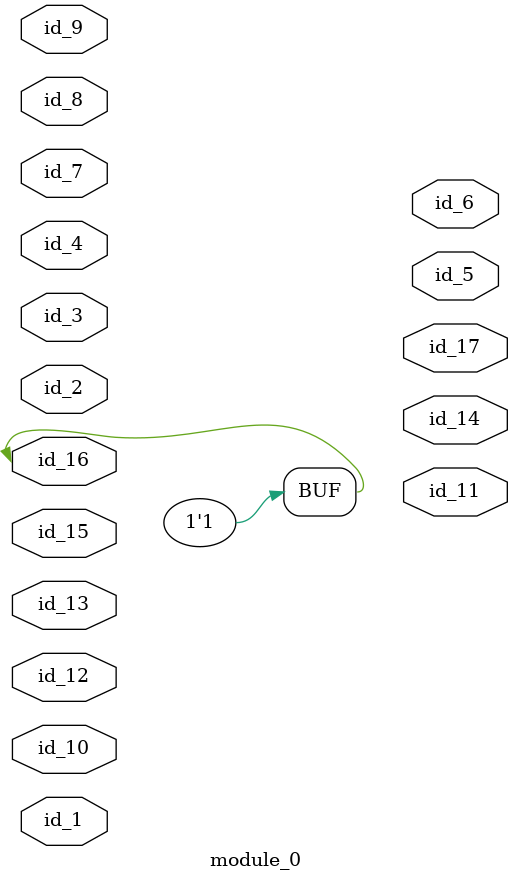
<source format=v>
module module_0 (
    id_1,
    id_2,
    id_3,
    id_4,
    id_5,
    id_6,
    id_7,
    id_8,
    id_9,
    id_10,
    id_11,
    id_12,
    id_13,
    id_14,
    id_15,
    id_16,
    id_17
);
  output wire id_17;
  inout wire id_16;
  input wire id_15;
  output wire id_14;
  input wire id_13;
  inout wire id_12;
  output wire id_11;
  input wire id_10;
  inout wire id_9;
  input wire id_8;
  input wire id_7;
  output wire id_6;
  output wire id_5;
  inout wire id_4;
  input wire id_3;
  input wire id_2;
  inout wire id_1;
  assign id_16 = 1;
endmodule
module module_1;
  parameter id_1 = 1;
  module_0 modCall_1 (
      id_1,
      id_1,
      id_1,
      id_1,
      id_1,
      id_1,
      id_1,
      id_1,
      id_1,
      id_1,
      id_1,
      id_1,
      id_1,
      id_1,
      id_1,
      id_1,
      id_1
  );
endmodule

</source>
